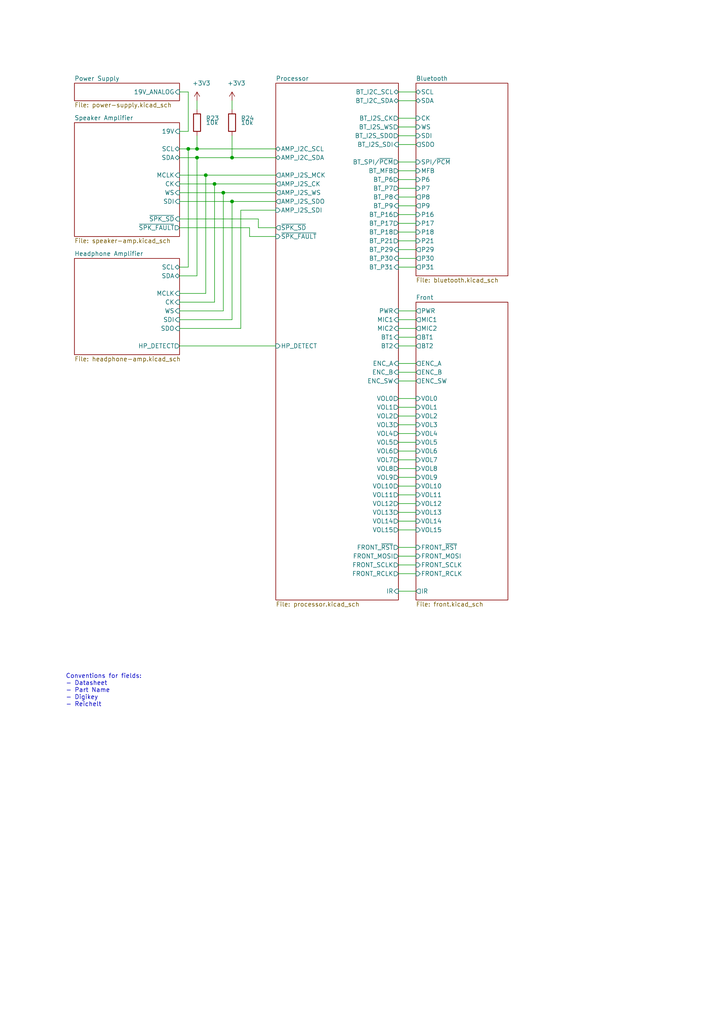
<source format=kicad_sch>
(kicad_sch (version 20210406) (generator eeschema)
  (paper "A4" portrait)
  (lib_symbols
    (symbol "Device:R" (pin_numbers hide) (pin_names (offset 0))
      (property "Reference" "R" (at 2.032 0 90))
      (property "Value" "R" (at 0 0 90))
      (symbol "R_0_1"
        (rectangle (start -1.016 -2.54) (end 1.016 2.54) (stroke (width 0.254)))
      )
      (symbol "R_1_1"
        (pin passive line (at 0 3.81 270) (length 1.27) (name "~") (number "1"))
        (pin passive line (at 0 -3.81 90) (length 1.27) (name "~") (number "2"))
      )
    )
    (symbol "power:+3V3" (power) (pin_names (offset 0))
      (property "Value" "+3V3" (at 0 3.556 0))
      (symbol "+3V3_0_1"
        (polyline (pts (xy -0.762 1.27) (xy 0 2.54)))
        (polyline (pts (xy 0 0) (xy 0 2.54)))
        (polyline (pts (xy 0 2.54) (xy 0.762 1.27)))
      )
      (symbol "+3V3_1_1"
        (pin power_in line (at 0 0 90) (length 0) hide (name "+3V3") (number "1"))
      )
    )
  )
  (junction (at 54.61 43.18) (diameter 0.9144))
  (junction (at 57.15 43.18) (diameter 0.9144))
  (junction (at 57.15 45.72) (diameter 0.9144))
  (junction (at 59.69 50.8) (diameter 0.9144))
  (junction (at 62.23 53.34) (diameter 0.9144))
  (junction (at 64.77 55.88) (diameter 0.9144))
  (junction (at 67.31 45.72) (diameter 0.9144))
  (junction (at 67.31 58.42) (diameter 0.9144))
  (wire (pts (xy 52.07 26.67) (xy 54.61 26.67)))
  (wire (pts (xy 52.07 43.18) (xy 54.61 43.18)))
  (wire (pts (xy 52.07 45.72) (xy 57.15 45.72)))
  (wire (pts (xy 52.07 50.8) (xy 59.69 50.8)))
  (wire (pts (xy 52.07 66.04) (xy 72.39 66.04)))
  (wire (pts (xy 52.07 80.01) (xy 57.15 80.01)))
  (wire (pts (xy 52.07 87.63) (xy 62.23 87.63)))
  (wire (pts (xy 52.07 90.17) (xy 64.77 90.17)))
  (wire (pts (xy 52.07 92.71) (xy 67.31 92.71)))
  (wire (pts (xy 52.07 95.25) (xy 69.85 95.25)))
  (wire (pts (xy 52.07 100.33) (xy 80.01 100.33)))
  (wire (pts (xy 54.61 26.67) (xy 54.61 38.1)))
  (wire (pts (xy 54.61 38.1) (xy 52.07 38.1)))
  (wire (pts (xy 54.61 43.18) (xy 54.61 77.47)))
  (wire (pts (xy 54.61 43.18) (xy 57.15 43.18)))
  (wire (pts (xy 54.61 77.47) (xy 52.07 77.47)))
  (wire (pts (xy 57.15 29.21) (xy 57.15 31.75)))
  (wire (pts (xy 57.15 43.18) (xy 57.15 39.37)))
  (wire (pts (xy 57.15 43.18) (xy 80.01 43.18)))
  (wire (pts (xy 57.15 45.72) (xy 67.31 45.72)))
  (wire (pts (xy 57.15 80.01) (xy 57.15 45.72)))
  (wire (pts (xy 59.69 50.8) (xy 59.69 85.09)))
  (wire (pts (xy 59.69 50.8) (xy 80.01 50.8)))
  (wire (pts (xy 59.69 85.09) (xy 52.07 85.09)))
  (wire (pts (xy 62.23 53.34) (xy 52.07 53.34)))
  (wire (pts (xy 62.23 53.34) (xy 80.01 53.34)))
  (wire (pts (xy 62.23 87.63) (xy 62.23 53.34)))
  (wire (pts (xy 64.77 55.88) (xy 52.07 55.88)))
  (wire (pts (xy 64.77 55.88) (xy 80.01 55.88)))
  (wire (pts (xy 64.77 90.17) (xy 64.77 55.88)))
  (wire (pts (xy 67.31 29.21) (xy 67.31 31.75)))
  (wire (pts (xy 67.31 45.72) (xy 67.31 39.37)))
  (wire (pts (xy 67.31 45.72) (xy 80.01 45.72)))
  (wire (pts (xy 67.31 58.42) (xy 52.07 58.42)))
  (wire (pts (xy 67.31 58.42) (xy 80.01 58.42)))
  (wire (pts (xy 67.31 92.71) (xy 67.31 58.42)))
  (wire (pts (xy 69.85 60.96) (xy 80.01 60.96)))
  (wire (pts (xy 69.85 95.25) (xy 69.85 60.96)))
  (wire (pts (xy 72.39 66.04) (xy 72.39 68.58)))
  (wire (pts (xy 72.39 68.58) (xy 80.01 68.58)))
  (wire (pts (xy 74.93 63.5) (xy 52.07 63.5)))
  (wire (pts (xy 74.93 66.04) (xy 74.93 63.5)))
  (wire (pts (xy 80.01 66.04) (xy 74.93 66.04)))
  (wire (pts (xy 115.57 26.67) (xy 120.65 26.67)))
  (wire (pts (xy 115.57 29.21) (xy 120.65 29.21)))
  (wire (pts (xy 115.57 34.29) (xy 120.65 34.29)))
  (wire (pts (xy 115.57 36.83) (xy 120.65 36.83)))
  (wire (pts (xy 115.57 39.37) (xy 120.65 39.37)))
  (wire (pts (xy 115.57 41.91) (xy 120.65 41.91)))
  (wire (pts (xy 115.57 46.99) (xy 120.65 46.99)))
  (wire (pts (xy 115.57 49.53) (xy 120.65 49.53)))
  (wire (pts (xy 115.57 52.07) (xy 120.65 52.07)))
  (wire (pts (xy 115.57 54.61) (xy 120.65 54.61)))
  (wire (pts (xy 115.57 57.15) (xy 120.65 57.15)))
  (wire (pts (xy 115.57 59.69) (xy 120.65 59.69)))
  (wire (pts (xy 115.57 62.23) (xy 120.65 62.23)))
  (wire (pts (xy 115.57 64.77) (xy 120.65 64.77)))
  (wire (pts (xy 115.57 67.31) (xy 120.65 67.31)))
  (wire (pts (xy 115.57 69.85) (xy 120.65 69.85)))
  (wire (pts (xy 115.57 72.39) (xy 120.65 72.39)))
  (wire (pts (xy 115.57 74.93) (xy 120.65 74.93)))
  (wire (pts (xy 115.57 77.47) (xy 120.65 77.47)))
  (wire (pts (xy 115.57 90.17) (xy 120.65 90.17)))
  (wire (pts (xy 115.57 92.71) (xy 120.65 92.71)))
  (wire (pts (xy 115.57 95.25) (xy 120.65 95.25)))
  (wire (pts (xy 115.57 97.79) (xy 120.65 97.79)))
  (wire (pts (xy 115.57 100.33) (xy 120.65 100.33)))
  (wire (pts (xy 115.57 105.41) (xy 120.65 105.41)))
  (wire (pts (xy 115.57 107.95) (xy 120.65 107.95)))
  (wire (pts (xy 115.57 110.49) (xy 120.65 110.49)))
  (wire (pts (xy 115.57 115.57) (xy 120.65 115.57)))
  (wire (pts (xy 115.57 118.11) (xy 120.65 118.11)))
  (wire (pts (xy 115.57 120.65) (xy 120.65 120.65)))
  (wire (pts (xy 115.57 123.19) (xy 120.65 123.19)))
  (wire (pts (xy 115.57 125.73) (xy 120.65 125.73)))
  (wire (pts (xy 115.57 128.27) (xy 120.65 128.27)))
  (wire (pts (xy 115.57 130.81) (xy 120.65 130.81)))
  (wire (pts (xy 115.57 133.35) (xy 120.65 133.35)))
  (wire (pts (xy 115.57 135.89) (xy 120.65 135.89)))
  (wire (pts (xy 115.57 138.43) (xy 120.65 138.43)))
  (wire (pts (xy 115.57 140.97) (xy 120.65 140.97)))
  (wire (pts (xy 115.57 143.51) (xy 120.65 143.51)))
  (wire (pts (xy 115.57 146.05) (xy 120.65 146.05)))
  (wire (pts (xy 115.57 148.59) (xy 120.65 148.59)))
  (wire (pts (xy 115.57 151.13) (xy 120.65 151.13)))
  (wire (pts (xy 115.57 153.67) (xy 120.65 153.67)))
  (wire (pts (xy 115.57 158.75) (xy 120.65 158.75)))
  (wire (pts (xy 115.57 161.29) (xy 120.65 161.29)))
  (wire (pts (xy 115.57 163.83) (xy 120.65 163.83)))
  (wire (pts (xy 115.57 166.37) (xy 120.65 166.37)))
  (wire (pts (xy 115.57 171.45) (xy 120.65 171.45)))
  (text "Conventions for fields:\n- Datasheet\n- Part Name\n- Digikey\n- Reichelt" (at 19.05 205.105 0) (effects (font (size 1.27 1.27)) (justify left bottom)))
  (symbol (lib_id "power:+3V3") (at 57.15 29.21 0) (unit 1)
    (property "Reference" "#PWR0157" (effects hide))
    (property "Value" "+3V3" (at 58.42 24.13 0))
  )
  (symbol (lib_id "power:+3V3") (at 67.31 29.21 0) (unit 1)
    (property "Reference" "#PWR0158" (effects hide))
    (property "Value" "+3V3" (at 68.58 24.13 0))
  )
  (symbol (lib_id "Device:R") (at 57.15 35.56 0) (unit 1)
    (property "Reference" "R23" (at 59.69 34.29 0) (effects (justify left)))
    (property "Value" "10k" (at 59.69 35.56 0) (effects (justify left)))
    (property "Footprint" "Resistor_SMD:R_0603_1608Metric" (effects hide))
    (property "Mouser" "652-CR0603FX-1002ELF" (effects hide))
    (property "Part Name" "Bourns CR0603-FX-1002ELF" (effects hide))
  )
  (symbol (lib_id "Device:R") (at 67.31 35.56 0) (unit 1)
    (property "Reference" "R24" (at 69.85 34.29 0) (effects (justify left)))
    (property "Value" "10k" (at 69.85 35.56 0) (effects (justify left)))
    (property "Footprint" "Resistor_SMD:R_0603_1608Metric" (effects hide))
    (property "Mouser" "652-CR0603FX-1002ELF" (effects hide))
    (property "Part Name" "Bourns CR0603-FX-1002ELF" (effects hide))
  )
  (sheet (at 120.65 24.13) (size 26.67 55.88)
    (property "Schaltplanname" "Bluetooth" (at 120.65 23.4945 0) (effects (justify left bottom)))
    (property "Dateiname Blatt" "bluetooth.kicad_sch" (at 120.65 80.5185 0) (effects (justify left top)))
    (pin "P21" input (at 120.65 69.85 180))
    (pin "P18" input (at 120.65 67.31 180))
    (pin "SCL" bidirectional (at 120.65 26.67 180))
    (pin "WS" input (at 120.65 36.83 180))
    (pin "CK" input (at 120.65 34.29 180))
    (pin "SDI" input (at 120.65 39.37 180))
    (pin "SPI{slash}~PCM" input (at 120.65 46.99 180))
    (pin "MFB" input (at 120.65 49.53 180))
    (pin "SDO" output (at 120.65 41.91 180))
    (pin "SDA" bidirectional (at 120.65 29.21 180))
    (pin "P7" input (at 120.65 54.61 180))
    (pin "P16" input (at 120.65 62.23 180))
    (pin "P17" input (at 120.65 64.77 180))
    (pin "P6" input (at 120.65 52.07 180))
    (pin "P31" output (at 120.65 77.47 180))
    (pin "P30" output (at 120.65 74.93 180))
    (pin "P29" output (at 120.65 72.39 180))
    (pin "P8" output (at 120.65 57.15 180))
    (pin "P9" output (at 120.65 59.69 180))
  )
  (sheet (at 120.65 87.63) (size 26.67 86.36)
    (property "Schaltplanname" "Front" (at 120.65 86.9945 0) (effects (justify left bottom)))
    (property "Dateiname Blatt" "front.kicad_sch" (at 120.65 174.4985 0) (effects (justify left top)))
    (pin "PWR" output (at 120.65 90.17 180))
    (pin "ENC_B" output (at 120.65 107.95 180))
    (pin "ENC_A" output (at 120.65 105.41 180))
    (pin "ENC_SW" output (at 120.65 110.49 180))
    (pin "VOL1" input (at 120.65 118.11 180))
    (pin "VOL0" input (at 120.65 115.57 180))
    (pin "VOL4" input (at 120.65 125.73 180))
    (pin "VOL7" input (at 120.65 133.35 180))
    (pin "VOL3" input (at 120.65 123.19 180))
    (pin "VOL5" input (at 120.65 128.27 180))
    (pin "VOL6" input (at 120.65 130.81 180))
    (pin "VOL8" input (at 120.65 135.89 180))
    (pin "VOL9" input (at 120.65 138.43 180))
    (pin "VOL10" input (at 120.65 140.97 180))
    (pin "VOL14" input (at 120.65 151.13 180))
    (pin "VOL12" input (at 120.65 146.05 180))
    (pin "VOL13" input (at 120.65 148.59 180))
    (pin "VOL11" input (at 120.65 143.51 180))
    (pin "VOL15" input (at 120.65 153.67 180))
    (pin "VOL2" input (at 120.65 120.65 180))
    (pin "MIC1" output (at 120.65 92.71 180))
    (pin "BT2" output (at 120.65 100.33 180))
    (pin "MIC2" output (at 120.65 95.25 180))
    (pin "BT1" output (at 120.65 97.79 180))
    (pin "FRONT_~RST" input (at 120.65 158.75 180))
    (pin "FRONT_MOSI" input (at 120.65 161.29 180))
    (pin "IR" output (at 120.65 171.45 180))
    (pin "FRONT_RCLK" input (at 120.65 166.37 180))
    (pin "FRONT_SCLK" input (at 120.65 163.83 180))
  )
  (sheet (at 21.59 74.93) (size 30.48 27.94)
    (property "Schaltplanname" "Headphone Amplifier" (at 21.59 74.2945 0) (effects (justify left bottom)))
    (property "Dateiname Blatt" "headphone-amp.kicad_sch" (at 21.59 103.3785 0) (effects (justify left top)))
    (pin "HP_DETECT" output (at 52.07 100.33 0))
    (pin "MCLK" input (at 52.07 85.09 0))
    (pin "CK" input (at 52.07 87.63 0))
    (pin "WS" input (at 52.07 90.17 0))
    (pin "SDI" input (at 52.07 92.71 0))
    (pin "SDO" input (at 52.07 95.25 0))
    (pin "SCL" bidirectional (at 52.07 77.47 0))
    (pin "SDA" bidirectional (at 52.07 80.01 0))
  )
  (sheet (at 21.59 24.13) (size 30.48 5.08)
    (property "Schaltplanname" "Power Supply" (at 21.59 23.4945 0) (effects (justify left bottom)))
    (property "Dateiname Blatt" "power-supply.kicad_sch" (at 21.59 29.7185 0) (effects (justify left top)))
    (pin "19V_ANALOG" input (at 52.07 26.67 0))
  )
  (sheet (at 80.01 24.13) (size 35.56 149.86)
    (property "Schaltplanname" "Processor" (at 80.01 23.4945 0) (effects (justify left bottom)))
    (property "Dateiname Blatt" "processor.kicad_sch" (at 80.01 174.4985 0) (effects (justify left top)))
    (pin "AMP_I2S_MCK" output (at 80.01 50.8 180))
    (pin "AMP_I2S_CK" output (at 80.01 53.34 180))
    (pin "AMP_I2S_WS" output (at 80.01 55.88 180))
    (pin "AMP_I2S_SDI" input (at 80.01 60.96 180))
    (pin "AMP_I2S_SDO" output (at 80.01 58.42 180))
    (pin "BT_I2S_WS" output (at 115.57 36.83 0))
    (pin "BT_I2S_CK" output (at 115.57 34.29 0))
    (pin "BT_I2S_SDI" input (at 115.57 41.91 0))
    (pin "BT_I2S_SDO" output (at 115.57 39.37 0))
    (pin "AMP_I2C_SDA" bidirectional (at 80.01 45.72 180))
    (pin "AMP_I2C_SCL" bidirectional (at 80.01 43.18 180))
    (pin "BT_I2C_SCL" bidirectional (at 115.57 26.67 0))
    (pin "BT_I2C_SDA" bidirectional (at 115.57 29.21 0))
    (pin "HP_DETECT" input (at 80.01 100.33 180))
    (pin "~SPK_FAULT" input (at 80.01 68.58 180))
    (pin "~SPK_SD" output (at 80.01 66.04 180))
    (pin "BT_SPI{slash}~PCM" output (at 115.57 46.99 0))
    (pin "BT_MFB" output (at 115.57 49.53 0))
    (pin "BT_P9" input (at 115.57 59.69 0))
    (pin "BT_P6" output (at 115.57 52.07 0))
    (pin "BT_P8" input (at 115.57 57.15 0))
    (pin "BT_P7" output (at 115.57 54.61 0))
    (pin "BT_P18" output (at 115.57 67.31 0))
    (pin "BT_P16" output (at 115.57 62.23 0))
    (pin "BT_P17" output (at 115.57 64.77 0))
    (pin "BT_P21" output (at 115.57 69.85 0))
    (pin "BT_P29" input (at 115.57 72.39 0))
    (pin "BT_P30" input (at 115.57 74.93 0))
    (pin "BT_P31" input (at 115.57 77.47 0))
    (pin "PWR" input (at 115.57 90.17 0))
    (pin "MIC1" input (at 115.57 92.71 0))
    (pin "MIC2" input (at 115.57 95.25 0))
    (pin "BT1" input (at 115.57 97.79 0))
    (pin "BT2" input (at 115.57 100.33 0))
    (pin "ENC_A" input (at 115.57 105.41 0))
    (pin "ENC_B" input (at 115.57 107.95 0))
    (pin "ENC_SW" input (at 115.57 110.49 0))
    (pin "VOL0" output (at 115.57 115.57 0))
    (pin "VOL2" output (at 115.57 120.65 0))
    (pin "VOL1" output (at 115.57 118.11 0))
    (pin "VOL3" output (at 115.57 123.19 0))
    (pin "VOL4" output (at 115.57 125.73 0))
    (pin "VOL5" output (at 115.57 128.27 0))
    (pin "VOL14" output (at 115.57 151.13 0))
    (pin "VOL12" output (at 115.57 146.05 0))
    (pin "VOL13" output (at 115.57 148.59 0))
    (pin "VOL11" output (at 115.57 143.51 0))
    (pin "VOL15" output (at 115.57 153.67 0))
    (pin "VOL9" output (at 115.57 138.43 0))
    (pin "VOL8" output (at 115.57 135.89 0))
    (pin "VOL7" output (at 115.57 133.35 0))
    (pin "VOL6" output (at 115.57 130.81 0))
    (pin "VOL10" output (at 115.57 140.97 0))
    (pin "FRONT_~RST" output (at 115.57 158.75 0))
    (pin "FRONT_MOSI" output (at 115.57 161.29 0))
    (pin "FRONT_RCLK" output (at 115.57 166.37 0))
    (pin "FRONT_SCLK" output (at 115.57 163.83 0))
    (pin "IR" input (at 115.57 171.45 0))
  )
  (sheet (at 21.59 35.56) (size 30.48 33.02)
    (property "Schaltplanname" "Speaker Amplifier" (at 21.59 34.9245 0) (effects (justify left bottom)))
    (property "Dateiname Blatt" "speaker-amp.kicad_sch" (at 21.59 69.0885 0) (effects (justify left top)))
    (pin "SDI" input (at 52.07 58.42 0))
    (pin "~SPK_SD" input (at 52.07 63.5 0))
    (pin "~SPK_FAULT" output (at 52.07 66.04 0))
    (pin "SDA" bidirectional (at 52.07 45.72 0))
    (pin "MCLK" input (at 52.07 50.8 0))
    (pin "CK" input (at 52.07 53.34 0))
    (pin "WS" input (at 52.07 55.88 0))
    (pin "SCL" bidirectional (at 52.07 43.18 0))
    (pin "19V" input (at 52.07 38.1 0))
  )
)
</source>
